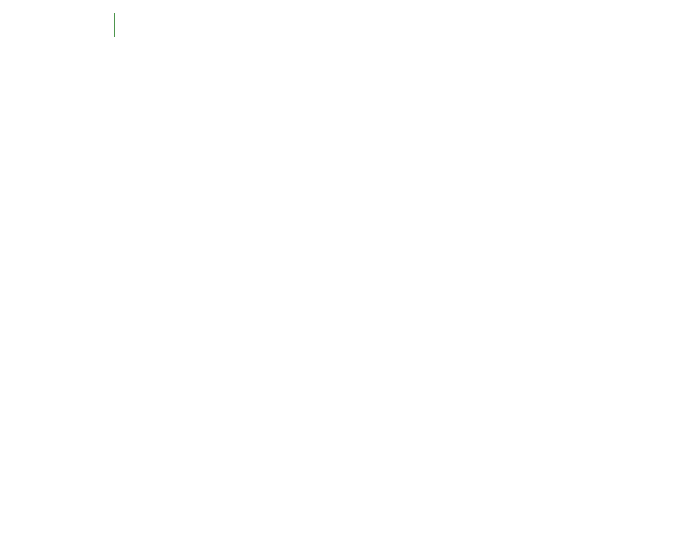
<source format=gtl>
From 4101815b2fac78be67c1cd8d8c6520d41dcac7cf Mon Sep 17 00:00:00 2001
From: jaseg <git@jaseg.de>
Date: Sun, 23 Jan 2022 21:19:51 +0100
Subject: Fix more bugs

---
 gerbonara/gerber/tests/resources/fritzing/combined.gtl | 9 +++++----
 1 file changed, 5 insertions(+), 4 deletions(-)

(limited to 'gerbonara/gerber/tests/resources/fritzing/combined.gtl')

diff --git a/gerbonara/gerber/tests/resources/fritzing/combined.gtl b/gerbonara/gerber/tests/resources/fritzing/combined.gtl
index 0689715..ac17106 100644
--- a/gerbonara/gerber/tests/resources/fritzing/combined.gtl
+++ b/gerbonara/gerber/tests/resources/fritzing/combined.gtl
@@ -1,3 +1,4 @@
+G04 file manually fixed for GerberTools #86 / #143*
 %MOIN*%
 %OFA0B0*%
 %FSLAX23Y23*%
@@ -405,7 +406,7 @@ G04 DOUBLE SIDED*
 G04 HOLES PLATED*
 G04 CONTOUR ON CENTER OF CONTOUR VECTOR*
 G90*
-G04 skipping 70
+G04 skipping 70*
 D30*
 X01338Y00039D02*
 X01751Y01768D03*
@@ -768,7 +769,7 @@ G04 DOUBLE SIDED*
 G04 HOLES PLATED*
 G04 CONTOUR ON CENTER OF CONTOUR VECTOR*
 G90*
-G04 skipping 70
+G04 skipping 70*
 D40*
 X02637Y00039D02*
 X03049Y01768D03*
@@ -1131,7 +1132,7 @@ G04 DOUBLE SIDED*
 G04 HOLES PLATED*
 G04 CONTOUR ON CENTER OF CONTOUR VECTOR*
 G90*
-G04 skipping 70
+G04 skipping 70*
 D50*
 X02598Y02677D02*
 X00869Y03090D03*
@@ -1487,4 +1488,4 @@ D02*
 X01194Y03540D02*
 X01194Y03464D01*
 G04 End of Copper1*
-M02*
\ No newline at end of file
+M02*
-- 
cgit 


</source>
